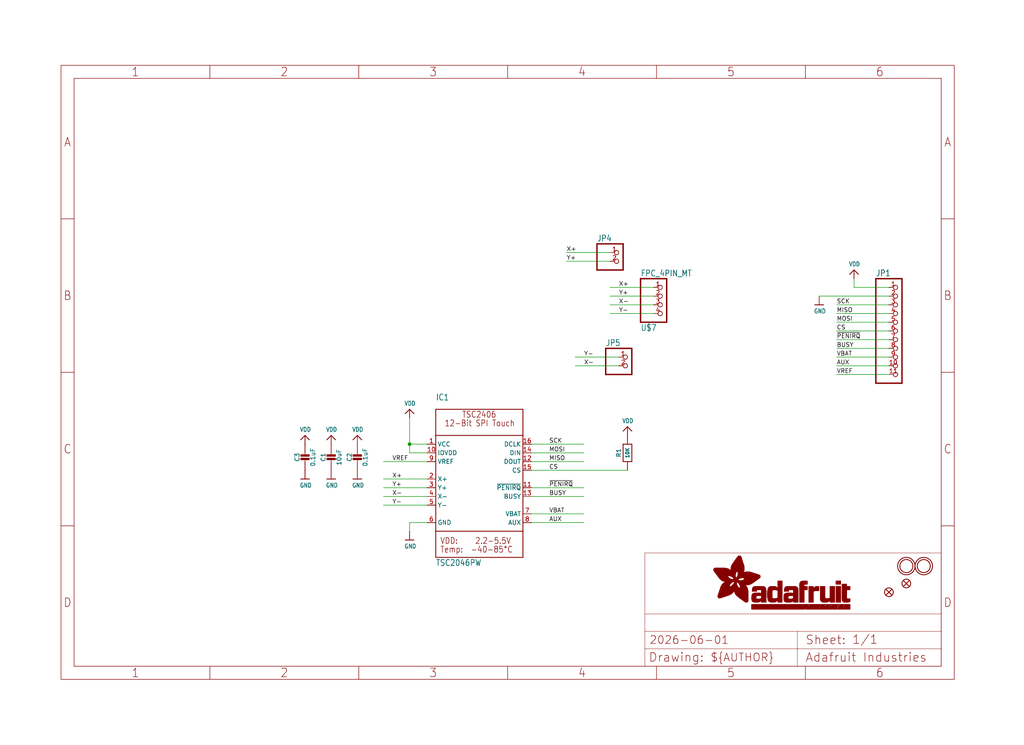
<source format=kicad_sch>
(kicad_sch (version 20230121) (generator eeschema)
  (paper "User" 298.45 217.322)
  (lib_symbols
    (symbol "working-eagle-import:CAP_CERAMIC0603_NO"
      (property "Reference" "C" (at -2.29 1.25 90))
      (symbol "CAP_CERAMIC0603_NO_1_0"
        (pin passive line (at 0 5.08 270) (length 2.54) (name "1") (number "1"))
        (pin passive line (at 0 -2.54 90) (length 2.54) (name "2") (number "2"))
      )
    )
    (symbol "working-eagle-import:CAP_CERAMIC0805-NOOUTLINE"
      (property "Reference" "C" (at -2.29 1.25 90))
      (symbol "CAP_CERAMIC0805-NOOUTLINE_1_0"
        (pin passive line (at 0 5.08 270) (length 2.54) (name "1") (number "1"))
        (pin passive line (at 0 -2.54 90) (length 2.54) (name "2") (number "2"))
      )
    )
    (symbol "working-eagle-import:FIDUCIAL_1MM")
    (symbol "working-eagle-import:FPC_4PIN_MT"
      (property "Reference" "X" (at -6.35 8.255 0))
      (symbol "FPC_4PIN_MT_1_0"
        (pin passive inverted (at -2.54 -2.54 0) (length 2.54) (name "4") (number "1"))
        (pin passive inverted (at -2.54 0 0) (length 2.54) (name "3") (number "2"))
        (pin passive inverted (at -2.54 2.54 0) (length 2.54) (name "2") (number "3"))
        (pin passive inverted (at -2.54 5.08 0) (length 2.54) (name "1") (number "4"))
      )
    )
    (symbol "working-eagle-import:FRAME_A4_ADAFRUIT"
      (symbol "FRAME_A4_ADAFRUIT_1_0"
        (text "${#}/${##}" (at 230.505 10.16 0) (effects (font (size 2.54 2.54)) (justify left bottom)))
        (text "${AUTHOR}" (at 189.23 5.08 0) (effects (font (size 2.286 2.286)) (justify left bottom)))
        (text "${CURRENT_DATE}" (at 171.45 10.16 0) (effects (font (size 2.286 2.286)) (justify left bottom)))
        (text "${PROJECTNAME}" (at 171.45 15.24 0) (effects (font (size 2.54 2.54)) (justify left bottom)))
        (text "1" (at 21.6958 1.905 0) (effects (font (size 2.54 2.286))))
        (text "1" (at 21.6958 177.165 0) (effects (font (size 2.54 2.286))))
        (text "2" (at 65.0875 1.905 0) (effects (font (size 2.54 2.286))))
        (text "2" (at 65.0875 177.165 0) (effects (font (size 2.54 2.286))))
        (text "3" (at 108.4792 1.905 0) (effects (font (size 2.54 2.286))))
        (text "3" (at 108.4792 177.165 0) (effects (font (size 2.54 2.286))))
        (text "4" (at 151.8708 1.905 0) (effects (font (size 2.54 2.286))))
        (text "4" (at 151.8708 177.165 0) (effects (font (size 2.54 2.286))))
        (text "5" (at 195.2625 1.905 0) (effects (font (size 2.54 2.286))))
        (text "5" (at 195.2625 177.165 0) (effects (font (size 2.54 2.286))))
        (text "6" (at 238.6542 1.905 0) (effects (font (size 2.54 2.286))))
        (text "6" (at 238.6542 177.165 0) (effects (font (size 2.54 2.286))))
        (text "A" (at 1.905 156.6863 0) (effects (font (size 2.54 2.286))))
        (text "A" (at 258.445 156.6863 0) (effects (font (size 2.54 2.286))))
        (text "Adafruit Industries" (at 216.916 4.953 0) (effects (font (size 2.54 2.54)) (justify left bottom)))
        (text "B" (at 1.905 111.9188 0) (effects (font (size 2.54 2.286))))
        (text "B" (at 258.445 111.9188 0) (effects (font (size 2.54 2.286))))
        (text "C" (at 1.905 67.1513 0) (effects (font (size 2.54 2.286))))
        (text "C" (at 258.445 67.1513 0) (effects (font (size 2.54 2.286))))
        (text "D" (at 1.905 22.3838 0) (effects (font (size 2.54 2.286))))
        (text "D" (at 258.445 22.3838 0) (effects (font (size 2.54 2.286))))
        (text "Drawing:" (at 171.196 4.953 0) (effects (font (size 2.54 2.54)) (justify left bottom)))
        (text "Sheet:" (at 216.916 10.033 0) (effects (font (size 2.54 2.54)) (justify left bottom)))
      )
    )
    (symbol "working-eagle-import:GND" (power)
      (property "Value" "GND" (at -1.524 -2.54 0))
      (symbol "GND_1_0"
        (pin power_in line (at 0 2.54 270) (length 2.54) (name "GND") (number "1"))
      )
    )
    (symbol "working-eagle-import:HEADER-1X11"
      (property "Reference" "JP" (at -6.35 15.875 0))
      (symbol "HEADER-1X11_1_0"
        (pin passive inverted (at -2.54 12.7 0) (length 2.54) (name "1") (number "1"))
        (pin passive inverted (at -2.54 -10.16 0) (length 2.54) (name "10") (number "10"))
        (pin passive inverted (at -2.54 -12.7 0) (length 2.54) (name "11") (number "11"))
        (pin passive inverted (at -2.54 10.16 0) (length 2.54) (name "2") (number "2"))
        (pin passive inverted (at -2.54 7.62 0) (length 2.54) (name "3") (number "3"))
        (pin passive inverted (at -2.54 5.08 0) (length 2.54) (name "4") (number "4"))
        (pin passive inverted (at -2.54 2.54 0) (length 2.54) (name "5") (number "5"))
        (pin passive inverted (at -2.54 0 0) (length 2.54) (name "6") (number "6"))
        (pin passive inverted (at -2.54 -2.54 0) (length 2.54) (name "7") (number "7"))
        (pin passive inverted (at -2.54 -5.08 0) (length 2.54) (name "8") (number "8"))
        (pin passive inverted (at -2.54 -7.62 0) (length 2.54) (name "9") (number "9"))
      )
    )
    (symbol "working-eagle-import:HEADER-1X2ROUND"
      (property "Reference" "JP" (at -6.35 5.715 0))
      (symbol "HEADER-1X2ROUND_1_0"
        (pin passive inverted (at -2.54 2.54 0) (length 2.54) (name "1") (number "1"))
        (pin passive inverted (at -2.54 0 0) (length 2.54) (name "2") (number "2"))
      )
    )
    (symbol "working-eagle-import:MOUNTINGHOLE2.5")
    (symbol "working-eagle-import:RESISTOR_0603_NOOUT"
      (property "Reference" "R" (at 0 2.54 0))
      (symbol "RESISTOR_0603_NOOUT_1_0"
        (pin passive line (at -5.08 0 0) (length 2.54) (name "1") (number "1"))
        (pin passive line (at 5.08 0 180) (length 2.54) (name "2") (number "2"))
      )
    )
    (symbol "working-eagle-import:TSC2046PW"
      (property "Reference" "IC" (at -12.7 22.86 0))
      (symbol "TSC2046PW_1_0"
        (text "-40-85°C" (at -2.54 -21.59 0) (effects (font (size 1.778 1.5113)) (justify left bottom)))
        (text "12-Bit SPI Touch" (at -10.16 15.24 0) (effects (font (size 1.778 1.5113)) (justify left bottom)))
        (text "2.2-5.5V" (at -1.27 -19.05 0) (effects (font (size 1.778 1.5113)) (justify left bottom)))
        (text "Temp:" (at -11.43 -21.59 0) (effects (font (size 1.778 1.5113)) (justify left bottom)))
        (text "TSC2406" (at -5.08 17.78 0) (effects (font (size 1.778 1.5113)) (justify left bottom)))
        (text "VDD:" (at -11.43 -19.05 0) (effects (font (size 1.778 1.5113)) (justify left bottom)))
        (pin power_in line (at -15.24 10.16 0) (length 2.54) (name "VCC") (number "1"))
        (pin power_in line (at -15.24 7.62 0) (length 2.54) (name "IOVDD") (number "10"))
        (pin output line (at 15.24 -2.54 180) (length 2.54) (name "~{PENIRQ}") (number "11"))
        (pin output line (at 15.24 5.08 180) (length 2.54) (name "DOUT") (number "12"))
        (pin output line (at 15.24 -5.08 180) (length 2.54) (name "BUSY") (number "13"))
        (pin input line (at 15.24 7.62 180) (length 2.54) (name "DIN") (number "14"))
        (pin input line (at 15.24 2.54 180) (length 2.54) (name "CS") (number "15"))
        (pin input line (at 15.24 10.16 180) (length 2.54) (name "DCLK") (number "16"))
        (pin input line (at -15.24 0 0) (length 2.54) (name "X+") (number "2"))
        (pin input line (at -15.24 -2.54 0) (length 2.54) (name "Y+") (number "3"))
        (pin input line (at -15.24 -5.08 0) (length 2.54) (name "X-") (number "4"))
        (pin input line (at -15.24 -7.62 0) (length 2.54) (name "Y-") (number "5"))
        (pin power_in line (at -15.24 -12.7 0) (length 2.54) (name "GND") (number "6"))
        (pin input line (at 15.24 -10.16 180) (length 2.54) (name "VBAT") (number "7"))
        (pin input line (at 15.24 -12.7 180) (length 2.54) (name "AUX") (number "8"))
        (pin bidirectional line (at -15.24 5.08 0) (length 2.54) (name "VREF") (number "9"))
      )
    )
    (symbol "working-eagle-import:VDD" (power)
      (property "Value" "VDD" (at -1.524 1.016 0))
      (symbol "VDD_1_0"
        (pin power_in line (at 0 -2.54 90) (length 2.54) (name "VDD") (number "1"))
      )
    )
  )
  (junction (at 119.38 129.54))
  (wire (pts (xy 248.92 83.82) (xy 259.08 83.82)) (stroke (width 0.1524)))
  (wire (pts (xy 243.84 88.9) (xy 259.08 88.9)) (stroke (width 0.1524)))
  (wire (pts (xy 119.38 132.08) (xy 119.38 129.54)) (stroke (width 0.1524)))
  (wire (pts (xy 243.84 101.6) (xy 259.08 101.6)) (stroke (width 0.1524)))
  (wire (pts (xy 165.1 76.2) (xy 177.8 76.2)) (stroke (width 0.1524)))
  (wire (pts (xy 124.46 147.32) (xy 111.76 147.32)) (stroke (width 0.1524)))
  (wire (pts (xy 119.38 152.4) (xy 119.38 154.94)) (stroke (width 0.1524)))
  (wire (pts (xy 124.46 129.54) (xy 119.38 129.54)) (stroke (width 0.1524)))
  (wire (pts (xy 170.18 134.62) (xy 154.94 134.62)) (stroke (width 0.1524)))
  (wire (pts (xy 170.18 144.78) (xy 154.94 144.78)) (stroke (width 0.1524)))
  (wire (pts (xy 243.84 93.98) (xy 259.08 93.98)) (stroke (width 0.1524)))
  (wire (pts (xy 154.94 142.24) (xy 170.18 142.24)) (stroke (width 0.1524)))
  (wire (pts (xy 248.92 81.28) (xy 248.92 83.82)) (stroke (width 0.1524)))
  (wire (pts (xy 124.46 134.62) (xy 111.76 134.62)) (stroke (width 0.1524)))
  (wire (pts (xy 154.94 129.54) (xy 170.18 129.54)) (stroke (width 0.1524)))
  (wire (pts (xy 167.64 104.14) (xy 180.34 104.14)) (stroke (width 0.1524)))
  (wire (pts (xy 238.76 86.36) (xy 259.08 86.36)) (stroke (width 0.1524)))
  (wire (pts (xy 165.1 73.66) (xy 177.8 73.66)) (stroke (width 0.1524)))
  (wire (pts (xy 243.84 96.52) (xy 259.08 96.52)) (stroke (width 0.1524)))
  (wire (pts (xy 154.94 137.16) (xy 182.88 137.16)) (stroke (width 0.1524)))
  (wire (pts (xy 190.5 83.82) (xy 177.8 83.82)) (stroke (width 0.1524)))
  (wire (pts (xy 243.84 106.68) (xy 259.08 106.68)) (stroke (width 0.1524)))
  (wire (pts (xy 243.84 104.14) (xy 259.08 104.14)) (stroke (width 0.1524)))
  (wire (pts (xy 111.76 142.24) (xy 124.46 142.24)) (stroke (width 0.1524)))
  (wire (pts (xy 154.94 132.08) (xy 170.18 132.08)) (stroke (width 0.1524)))
  (wire (pts (xy 119.38 129.54) (xy 119.38 121.92)) (stroke (width 0.1524)))
  (wire (pts (xy 167.64 106.68) (xy 180.34 106.68)) (stroke (width 0.1524)))
  (wire (pts (xy 243.84 99.06) (xy 259.08 99.06)) (stroke (width 0.1524)))
  (wire (pts (xy 243.84 109.22) (xy 259.08 109.22)) (stroke (width 0.1524)))
  (wire (pts (xy 124.46 132.08) (xy 119.38 132.08)) (stroke (width 0.1524)))
  (wire (pts (xy 124.46 139.7) (xy 111.76 139.7)) (stroke (width 0.1524)))
  (wire (pts (xy 190.5 91.44) (xy 177.8 91.44)) (stroke (width 0.1524)))
  (wire (pts (xy 243.84 91.44) (xy 259.08 91.44)) (stroke (width 0.1524)))
  (wire (pts (xy 190.5 86.36) (xy 177.8 86.36)) (stroke (width 0.1524)))
  (wire (pts (xy 111.76 144.78) (xy 124.46 144.78)) (stroke (width 0.1524)))
  (wire (pts (xy 154.94 149.86) (xy 170.18 149.86)) (stroke (width 0.1524)))
  (wire (pts (xy 177.8 88.9) (xy 190.5 88.9)) (stroke (width 0.1524)))
  (wire (pts (xy 170.18 152.4) (xy 154.94 152.4)) (stroke (width 0.1524)))
  (wire (pts (xy 124.46 152.4) (xy 119.38 152.4)) (stroke (width 0.1524)))
  (label "CS" (at 243.84 96.52 0) (effects (font (size 1.2446 1.2446))))
  (label "Y-" (at 170.18 104.14 0) (effects (font (size 1.2446 1.2446))))
  (label "~{PENIRQ}" (at 243.84 99.06 0) (effects (font (size 1.2446 1.2446))))
  (label "Y+" (at 180.34 86.36 0) (effects (font (size 1.2446 1.2446))))
  (label "X+" (at 165.1 73.66 0) (effects (font (size 1.2446 1.2446))))
  (label "CS" (at 160.02 137.16 0) (effects (font (size 1.2446 1.2446))))
  (label "MOSI" (at 160.02 132.08 0) (effects (font (size 1.2446 1.2446))))
  (label "X-" (at 180.34 88.9 0) (effects (font (size 1.2446 1.2446))))
  (label "~{PENIRQ}" (at 160.02 142.24 0) (effects (font (size 1.2446 1.2446))))
  (label "X-" (at 114.3 144.78 0) (effects (font (size 1.2446 1.2446))))
  (label "X+" (at 180.34 83.82 0) (effects (font (size 1.2446 1.2446))))
  (label "SCK" (at 243.84 88.9 0) (effects (font (size 1.2446 1.2446))))
  (label "Y+" (at 165.1 76.2 0) (effects (font (size 1.2446 1.2446))))
  (label "X+" (at 114.3 139.7 0) (effects (font (size 1.2446 1.2446))))
  (label "AUX" (at 160.02 152.4 0) (effects (font (size 1.2446 1.2446))))
  (label "VREF" (at 243.84 109.22 0) (effects (font (size 1.2446 1.2446))))
  (label "MISO" (at 160.02 134.62 0) (effects (font (size 1.2446 1.2446))))
  (label "Y-" (at 114.3 147.32 0) (effects (font (size 1.2446 1.2446))))
  (label "VBAT" (at 243.84 104.14 0) (effects (font (size 1.2446 1.2446))))
  (label "VBAT" (at 160.02 149.86 0) (effects (font (size 1.2446 1.2446))))
  (label "Y+" (at 114.3 142.24 0) (effects (font (size 1.2446 1.2446))))
  (label "VREF" (at 114.3 134.62 0) (effects (font (size 1.2446 1.2446))))
  (label "AUX" (at 243.84 106.68 0) (effects (font (size 1.2446 1.2446))))
  (label "BUSY" (at 243.84 101.6 0) (effects (font (size 1.2446 1.2446))))
  (label "BUSY" (at 160.02 144.78 0) (effects (font (size 1.2446 1.2446))))
  (label "Y-" (at 180.34 91.44 0) (effects (font (size 1.2446 1.2446))))
  (label "MOSI" (at 243.84 93.98 0) (effects (font (size 1.2446 1.2446))))
  (label "MISO" (at 243.84 91.44 0) (effects (font (size 1.2446 1.2446))))
  (label "X-" (at 170.18 106.68 0) (effects (font (size 1.2446 1.2446))))
  (label "SCK" (at 160.02 129.54 0) (effects (font (size 1.2446 1.2446))))
  (symbol (lib_id "working-eagle-import:VDD") (at 104.14 127 0) (unit 1)
    (property "Reference" "#U$14" (effects hide))
    (property "Value" "VDD" (at 102.616 125.984 0) (effects (font (size 1.27 1.0795)) (justify left bottom)))
  )
  (symbol (lib_id "working-eagle-import:VDD") (at 88.9 127 0) (unit 1)
    (property "Reference" "#U$17" (effects hide))
    (property "Value" "VDD" (at 87.376 125.984 0) (effects (font (size 1.27 1.0795)) (justify left bottom)))
  )
  (symbol (lib_id "working-eagle-import:GND") (at 88.9 139.7 0) (unit 1)
    (property "Reference" "#U$16" (effects hide))
    (property "Value" "GND" (at 87.376 142.24 0) (effects (font (size 1.27 1.0795)) (justify left bottom)))
  )
  (symbol (lib_id "working-eagle-import:TSC2046PW") (at 139.7 139.7 0) (unit 1)
    (property "Reference" "IC1" (at 127 116.84 0) (effects (font (size 1.778 1.5113)) (justify left bottom)))
    (property "Value" "TSC2046PW" (at 127 165.1 0) (effects (font (size 1.778 1.5113)) (justify left bottom)))
    (property "Footprint" "working:TSSOP16" (effects hide))
  )
  (symbol (lib_id "working-eagle-import:FIDUCIAL_1MM") (at 259.08 172.72 0) (unit 1)
    (property "Reference" "FID3" (effects hide))
    (property "Value" "FIDUCIAL_1MM" (effects hide))
    (property "Footprint" "working:FIDUCIAL_1MM" (effects hide))
    (property "BOM" "EXCLUDE" (effects hide))
  )
  (symbol (lib_id "working-eagle-import:RESISTOR_0603_NOOUT") (at 182.88 132.08 90) (unit 1)
    (property "Reference" "R1" (at 180.34 132.08 0))
    (property "Value" "10K" (at 182.88 132.08 0) (effects (font (size 1.016 1.016) bold)))
    (property "Footprint" "working:0603-NO" (effects hide))
  )
  (symbol (lib_id "working-eagle-import:HEADER-1X11") (at 261.62 96.52 0) (unit 1)
    (property "Reference" "JP1" (at 255.27 80.645 0) (effects (font (size 1.778 1.5113)) (justify left bottom)))
    (property "Value" "HEADER-1X11" (effects hide))
    (property "Footprint" "working:1X11_ROUND" (effects hide))
  )
  (symbol (lib_id "working-eagle-import:FIDUCIAL_1MM") (at 264.16 170.18 0) (unit 1)
    (property "Reference" "FID2" (effects hide))
    (property "Value" "FIDUCIAL_1MM" (effects hide))
    (property "Footprint" "working:FIDUCIAL_1MM" (effects hide))
  )
  (symbol (lib_id "working-eagle-import:MOUNTINGHOLE2.5") (at 264.16 165.1 0) (unit 1)
    (property "Reference" "U$5" (effects hide))
    (property "Value" "MOUNTINGHOLE2.5" (effects hide))
    (property "Footprint" "working:MOUNTINGHOLE_2.5_PLATED" (effects hide))
  )
  (symbol (lib_id "working-eagle-import:VDD") (at 119.38 119.38 0) (unit 1)
    (property "Reference" "#U$2" (effects hide))
    (property "Value" "VDD" (at 117.856 118.364 0) (effects (font (size 1.27 1.0795)) (justify left bottom)))
  )
  (symbol (lib_id "working-eagle-import:VDD") (at 96.52 127 0) (unit 1)
    (property "Reference" "#U$3" (effects hide))
    (property "Value" "VDD" (at 94.996 125.984 0) (effects (font (size 1.27 1.0795)) (justify left bottom)))
  )
  (symbol (lib_id "working-eagle-import:VDD") (at 182.88 124.46 0) (unit 1)
    (property "Reference" "#U$15" (effects hide))
    (property "Value" "VDD" (at 181.356 123.444 0) (effects (font (size 1.27 1.0795)) (justify left bottom)))
  )
  (symbol (lib_id "working-eagle-import:MOUNTINGHOLE2.5") (at 269.24 165.1 0) (unit 1)
    (property "Reference" "U$4" (effects hide))
    (property "Value" "MOUNTINGHOLE2.5" (effects hide))
    (property "Footprint" "working:MOUNTINGHOLE_2.5_PLATED" (effects hide))
  )
  (symbol (lib_id "working-eagle-import:GND") (at 119.38 157.48 0) (unit 1)
    (property "Reference" "#U$10" (effects hide))
    (property "Value" "GND" (at 117.856 160.02 0) (effects (font (size 1.27 1.0795)) (justify left bottom)))
  )
  (symbol (lib_id "working-eagle-import:HEADER-1X2ROUND") (at 182.88 106.68 0) (unit 1)
    (property "Reference" "JP5" (at 176.53 100.965 0) (effects (font (size 1.778 1.5113)) (justify left bottom)))
    (property "Value" "HEADER-1X2ROUND" (effects hide))
    (property "Footprint" "working:1X02_ROUND" (effects hide))
  )
  (symbol (lib_id "working-eagle-import:FPC_4PIN_MT") (at 193.04 86.36 0) (mirror x) (unit 1)
    (property "Reference" "U$7" (at 186.69 94.615 0) (effects (font (size 1.778 1.5113)) (justify left bottom)))
    (property "Value" "FPC_4PIN_MT" (at 186.69 78.74 0) (effects (font (size 1.778 1.5113)) (justify left bottom)))
    (property "Footprint" "working:FPC_CONN_1MM_DUAL_4P_MT" (effects hide))
  )
  (symbol (lib_id "working-eagle-import:GND") (at 96.52 139.7 0) (unit 1)
    (property "Reference" "#U$9" (effects hide))
    (property "Value" "GND" (at 94.996 142.24 0) (effects (font (size 1.27 1.0795)) (justify left bottom)))
  )
  (symbol (lib_id "working-eagle-import:GND") (at 238.76 88.9 0) (unit 1)
    (property "Reference" "#U$11" (effects hide))
    (property "Value" "GND" (at 237.236 91.44 0) (effects (font (size 1.27 1.0795)) (justify left bottom)))
  )
  (symbol (lib_id "working-eagle-import:FRAME_A4_ADAFRUIT") (at 17.78 198.12 0) (unit 1)
    (property "Reference" "#U$1" (effects hide))
    (property "Value" "FRAME_A4_ADAFRUIT" (effects hide))
  )
  (symbol (lib_id "working-eagle-import:CAP_CERAMIC0805-NOOUTLINE") (at 96.52 134.62 0) (unit 1)
    (property "Reference" "C1" (at 94.23 133.37 90))
    (property "Value" "10uF" (at 98.82 133.37 90))
    (property "Footprint" "working:0805-NO" (effects hide))
  )
  (symbol (lib_id "working-eagle-import:GND") (at 104.14 139.7 0) (unit 1)
    (property "Reference" "#U$13" (effects hide))
    (property "Value" "GND" (at 102.616 142.24 0) (effects (font (size 1.27 1.0795)) (justify left bottom)))
  )
  (symbol (lib_id "working-eagle-import:CAP_CERAMIC0603_NO") (at 104.14 134.62 0) (unit 1)
    (property "Reference" "C2" (at 101.85 133.37 90))
    (property "Value" "0.1uF" (at 106.44 133.37 90))
    (property "Footprint" "working:0603-NO" (effects hide))
  )
  (symbol (lib_id "working-eagle-import:VDD") (at 248.92 78.74 0) (unit 1)
    (property "Reference" "#U$12" (effects hide))
    (property "Value" "VDD" (at 247.396 77.724 0) (effects (font (size 1.27 1.0795)) (justify left bottom)))
  )
  (symbol (lib_id "working-eagle-import:CAP_CERAMIC0603_NO") (at 88.9 134.62 0) (unit 1)
    (property "Reference" "C3" (at 86.61 133.37 90))
    (property "Value" "0.1uF" (at 91.2 133.37 90))
    (property "Footprint" "working:0603-NO" (effects hide))
  )
  (symbol (lib_id "working-eagle-import:HEADER-1X2ROUND") (at 180.34 76.2 0) (unit 1)
    (property "Reference" "JP4" (at 173.99 70.485 0) (effects (font (size 1.778 1.5113)) (justify left bottom)))
    (property "Value" "HEADER-1X2ROUND" (effects hide))
    (property "Footprint" "working:1X02_ROUND" (effects hide))
  )
)
</source>
